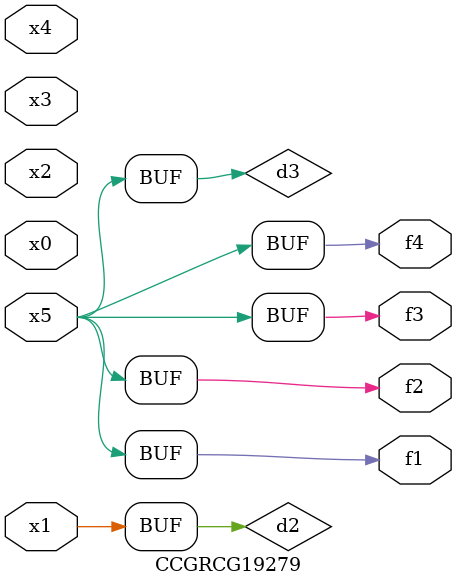
<source format=v>
module CCGRCG19279(
	input x0, x1, x2, x3, x4, x5,
	output f1, f2, f3, f4
);

	wire d1, d2, d3;

	not (d1, x5);
	or (d2, x1);
	xnor (d3, d1);
	assign f1 = d3;
	assign f2 = d3;
	assign f3 = d3;
	assign f4 = d3;
endmodule

</source>
